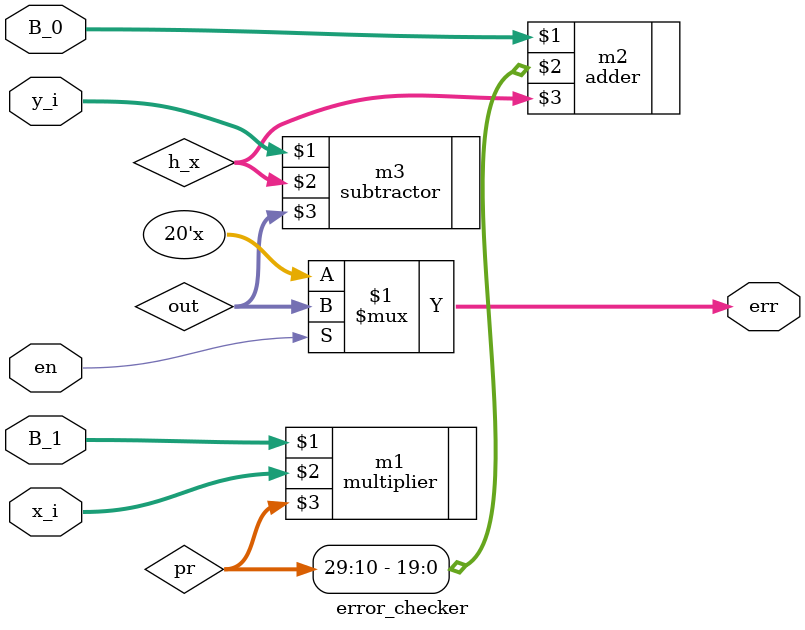
<source format=v>
module error_checker(B_0, B_1, x_i, y_i, en, err);
    input[19:0] B_0,B_1;
    input[19:0] x_i,y_i;
    input en;
    output[19:0] err;

    wire [39:0] pr;
    wire [19:0] h_x, out;

    multiplier m1(B_1,x_i,pr);
    adder m2(B_0,pr[29:10],h_x);
    subtractor m3(y_i,h_x,out);

    assign err = (en) ? out : 20'bz;
endmodule

</source>
